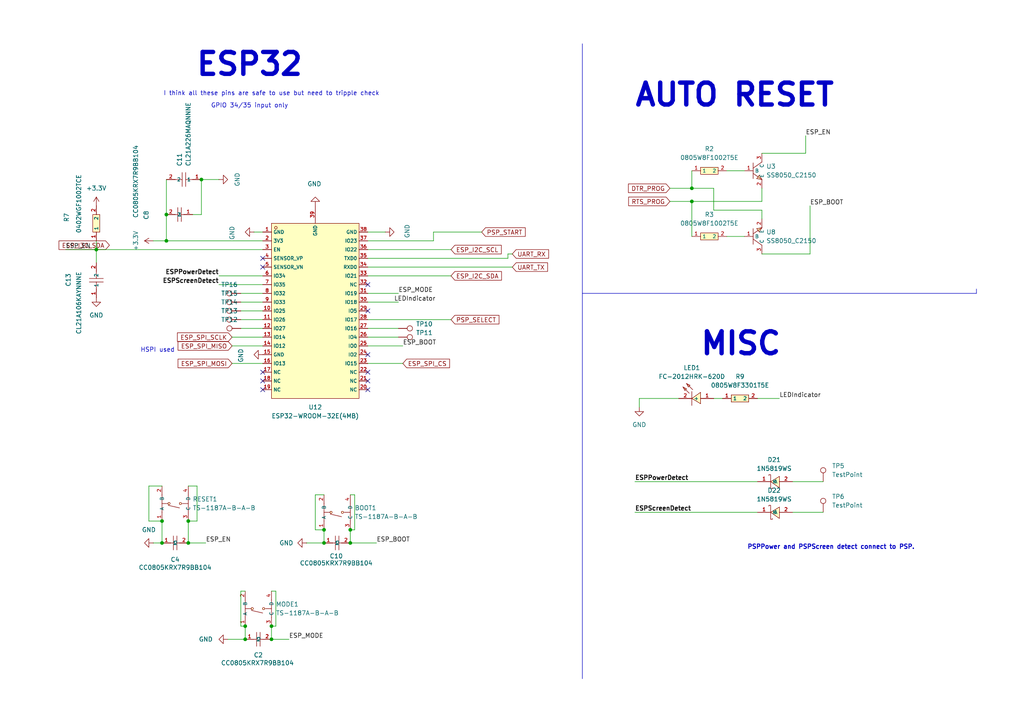
<source format=kicad_sch>
(kicad_sch (version 20231120) (generator "eeschema") (generator_version "8.0")
  (paper "A4")
  (title_block (title "PSP-Bluetooth") (date "2024-07-25") (rev "0.1") (comment 2 "https://github.com/ste2425/PSP-Bluetooth") (comment 4 "UNDER REVIEW - SUBJECT TO CHANGE"))
  (lib_symbols
    (symbol "Connector:TestPoint" (pin_numbers hide) (pin_names (offset 0.762) hide)
      (property "Reference" "TP" (at 0 6.858 0))
      (property "Value" "TestPoint" (at 0 5.08 0))
      (symbol "TestPoint_0_1"
        (circle (center 0 3.302) (radius 0.762))
      )
      (symbol "TestPoint_1_1"
        (pin passive line (at 0 0 90) (length 2.54) (name "1") (number "1"))
      )
    )
    (symbol "JLCPCB_schematic:0402WGF1002TCE"
      (property "Reference" "R" (at 0 1.27 0))
      (property "Value" "0402WGF1002TCE" (at 0 -2.54 0))
      (symbol "0402WGF1002TCE_0_1"
        (rectangle (start -2.54 1.016) (end 2.54 -1.016) (fill (type background)))
        (pin input line (at -5.08 0 0) (length 2.54) (name "1") (number "1"))
        (pin input line (at 5.08 0 180) (length 2.54) (name "2") (number "2"))
      )
    )
    (symbol "JLCPCB_schematic:0805W8F1002T5E"
      (property "Reference" "R" (at 0 1.27 0))
      (property "Value" "0805W8F1002T5E" (at 0 -2.54 0))
      (symbol "0805W8F1002T5E_0_1"
        (rectangle (start -2.54 1.016) (end 2.54 -1.016) (fill (type background)))
        (pin input line (at -5.08 0 0) (length 2.54) (name "1") (number "1"))
        (pin input line (at 5.08 0 180) (length 2.54) (name "2") (number "2"))
      )
    )
    (symbol "JLCPCB_schematic:0805W8F3301T5E"
      (property "Reference" "R" (at 0 1.27 0))
      (property "Value" "0805W8F3301T5E" (at 0 -2.54 0))
      (symbol "0805W8F3301T5E_0_1"
        (rectangle (start -2.54 1.016) (end 2.54 -1.016) (fill (type background)))
        (pin input line (at -5.08 0 0) (length 2.54) (name "1") (number "1"))
        (pin input line (at 5.08 0 180) (length 2.54) (name "2") (number "2"))
      )
    )
    (symbol "JLCPCB_schematic:1N5819WS"
      (property "Reference" "D" (at 0 1.27 0))
      (property "Value" "1N5819WS" (at 0 -2.54 0))
      (symbol "1N5819WS_0_1"
        (polyline (pts (xy -1.27 0) (xy -1.27 -2.032) (xy -0.762 -2.032) (xy -0.762 -1.778)))
        (polyline (pts (xy -1.27 0) (xy -1.27 2.032) (xy -1.778 2.032) (xy -1.778 1.778)))
        (polyline (pts (xy 1.27 1.524) (xy -1.27 0) (xy 1.27 -1.778) (xy 1.27 1.524)) (fill (type background)))
        (pin unspecified line (at -5.08 0 0) (length 3.81) (name "K") (number "1"))
        (pin unspecified line (at 5.08 0 180) (length 3.81) (name "A") (number "2"))
      )
    )
    (symbol "JLCPCB_schematic:CC0805KRX7R9BB104"
      (property "Reference" "C" (at 0 1.27 0))
      (property "Value" "CC0805KRX7R9BB104" (at 0 -2.54 0))
      (symbol "CC0805KRX7R9BB104_0_1"
        (polyline (pts (xy -1.27 0) (xy -0.508 0)))
        (polyline (pts (xy -0.508 2.032) (xy -0.508 -2.032)))
        (polyline (pts (xy 0.508 0) (xy 1.27 0)))
        (polyline (pts (xy 0.508 2.032) (xy 0.508 -2.032)))
        (pin input line (at -3.81 0 0) (length 2.54) (name "1") (number "1"))
        (pin input line (at 3.81 0 180) (length 2.54) (name "2") (number "2"))
      )
    )
    (symbol "JLCPCB_schematic:CL21A106KAYNNNE"
      (property "Reference" "C" (at 0 1.27 0))
      (property "Value" "CL21A106KAYNNNE" (at 0 -2.54 0))
      (symbol "CL21A106KAYNNNE_0_1"
        (polyline (pts (xy -0.508 -2.032) (xy -0.508 2.032)))
        (polyline (pts (xy -0.508 0) (xy -2.54 0)))
        (polyline (pts (xy 0.508 2.032) (xy 0.508 -2.032)))
        (polyline (pts (xy 2.54 0) (xy 0.508 0)))
        (pin unspecified line (at -5.08 0 0) (length 2.54) (name "1") (number "1"))
        (pin unspecified line (at 5.08 0 180) (length 2.54) (name "2") (number "2"))
      )
    )
    (symbol "JLCPCB_schematic:CL21A226MAQNNNE"
      (property "Reference" "C" (at 0 1.27 0))
      (property "Value" "CL21A226MAQNNNE" (at 0 -2.54 0))
      (symbol "CL21A226MAQNNNE_0_1"
        (polyline (pts (xy -0.508 -2.032) (xy -0.508 2.032)))
        (polyline (pts (xy -0.508 0) (xy -2.54 0)))
        (polyline (pts (xy 0.508 2.032) (xy 0.508 -2.032)))
        (polyline (pts (xy 2.54 0) (xy 0.508 0)))
        (pin unspecified line (at -5.08 0 0) (length 2.54) (name "1") (number "1"))
        (pin unspecified line (at 5.08 0 180) (length 2.54) (name "2") (number "2"))
      )
    )
    (symbol "JLCPCB_schematic:ESP32-WROOM-32E(4MB)"
      (property "Reference" "U" (at 0 1.27 0))
      (property "Value" "ESP32-WROOM-32E(4MB)" (at 0 -2.54 0))
      (symbol "ESP32-WROOM-32E(4MB)_0_1"
        (rectangle (start -12.7 25.4001) (end 12.7 -25.4001) (fill (type background)))
        (circle (center -11.43 24.13) (radius 0.381) (fill (type background)))
        (pin unspecified line (at -15.24 22.86 0) (length 2.54) (name "GND") (number "1"))
        (pin unspecified line (at -15.24 0 0) (length 2.54) (name "IO25") (number "10"))
        (pin unspecified line (at -15.24 -2.54 0) (length 2.54) (name "IO26") (number "11"))
        (pin unspecified line (at -15.24 -5.08 0) (length 2.54) (name "IO27") (number "12"))
        (pin unspecified line (at -15.24 -7.62 0) (length 2.54) (name "IO14") (number "13"))
        (pin unspecified line (at -15.24 -10.16 0) (length 2.54) (name "IO12") (number "14"))
        (pin unspecified line (at -15.24 -12.7 0) (length 2.54) (name "GND") (number "15"))
        (pin unspecified line (at -15.24 -15.24 0) (length 2.54) (name "IO13") (number "16"))
        (pin unspecified line (at -15.24 -17.78 0) (length 2.54) (name "NC") (number "17"))
        (pin unspecified line (at -15.24 -20.32 0) (length 2.54) (name "NC") (number "18"))
        (pin unspecified line (at -15.24 -22.86 0) (length 2.54) (name "NC") (number "19"))
        (pin unspecified line (at -15.24 20.32 0) (length 2.54) (name "3V3") (number "2"))
        (pin unspecified line (at 15.24 -22.86 180) (length 2.54) (name "NC") (number "20"))
        (pin unspecified line (at 15.24 -20.32 180) (length 2.54) (name "NC") (number "21"))
        (pin unspecified line (at 15.24 -17.78 180) (length 2.54) (name "NC") (number "22"))
        (pin unspecified line (at 15.24 -15.24 180) (length 2.54) (name "IO15") (number "23"))
        (pin unspecified line (at 15.24 -12.7 180) (length 2.54) (name "IO2") (number "24"))
        (pin unspecified line (at 15.24 -10.16 180) (length 2.54) (name "IO0") (number "25"))
        (pin unspecified line (at 15.24 -7.62 180) (length 2.54) (name "IO4") (number "26"))
        (pin unspecified line (at 15.24 -5.08 180) (length 2.54) (name "IO16") (number "27"))
        (pin unspecified line (at 15.24 -2.54 180) (length 2.54) (name "IO17") (number "28"))
        (pin unspecified line (at 15.24 0 180) (length 2.54) (name "IO5") (number "29"))
        (pin unspecified line (at -15.24 17.78 0) (length 2.54) (name "EN") (number "3"))
        (pin unspecified line (at 15.24 2.54 180) (length 2.54) (name "IO18") (number "30"))
        (pin unspecified line (at 15.24 5.08 180) (length 2.54) (name "IO19") (number "31"))
        (pin unspecified line (at 15.24 7.62 180) (length 2.54) (name "NC") (number "32"))
        (pin unspecified line (at 15.24 10.16 180) (length 2.54) (name "IO21") (number "33"))
        (pin unspecified line (at 15.24 12.7 180) (length 2.54) (name "RXD0") (number "34"))
        (pin unspecified line (at 15.24 15.24 180) (length 2.54) (name "TXD0") (number "35"))
        (pin unspecified line (at 15.24 17.78 180) (length 2.54) (name "IO22") (number "36"))
        (pin unspecified line (at 15.24 20.32 180) (length 2.54) (name "IO23") (number "37"))
        (pin unspecified line (at 15.24 22.86 180) (length 2.54) (name "GND") (number "38"))
        (pin unspecified line (at 0 30.48 270) (length 5.08) (name "GND") (number "39"))
        (pin unspecified line (at -15.24 15.24 0) (length 2.54) (name "SENSOR_VP") (number "4"))
        (pin unspecified line (at -15.24 12.7 0) (length 2.54) (name "SENSOR_VN") (number "5"))
        (pin unspecified line (at -15.24 10.16 0) (length 2.54) (name "IO34") (number "6"))
        (pin unspecified line (at -15.24 7.62 0) (length 2.54) (name "IO35") (number "7"))
        (pin unspecified line (at -15.24 5.08 0) (length 2.54) (name "IO32") (number "8"))
        (pin unspecified line (at -15.24 2.54 0) (length 2.54) (name "IO33") (number "9"))
      )
    )
    (symbol "JLCPCB_schematic:FC-2012HRK-620D"
      (property "Reference" "LED" (at 0 1.27 0))
      (property "Value" "FC-2012HRK-620D" (at 0 -2.54 0))
      (symbol "FC-2012HRK-620D_0_1"
        (polyline (pts (xy -2.032 1.524) (xy -3.81 3.302)))
        (polyline (pts (xy -1.27 2.032) (xy -1.27 -2.032)))
        (polyline (pts (xy -1.016 2.54) (xy -2.794 4.318)))
        (polyline (pts (xy -3.81 3.302) (xy -2.794 2.794) (xy -3.302 2.286) (xy -3.81 3.302)) (fill (type background)))
        (polyline (pts (xy -2.794 4.318) (xy -1.778 3.81) (xy -2.286 3.302) (xy -2.794 4.318)) (fill (type background)))
        (polyline (pts (xy 1.27 -1.524) (xy -1.27 0) (xy 1.27 1.778) (xy 1.27 -1.524)) (fill (type background)))
        (pin unspecified line (at 5.08 0 180) (length 3.81) (name "+") (number "1"))
        (pin unspecified line (at -5.08 0 0) (length 3.81) (name "-") (number "2"))
      )
    )
    (symbol "JLCPCB_schematic:SS8050_C2150"
      (property "Reference" "U" (at 0 1.27 0))
      (property "Value" "SS8050_C2150" (at 0 -2.54 0))
      (symbol "SS8050_C2150_0_1"
        (polyline (pts (xy -2.54 -0.762) (xy 0 -2.54)))
        (polyline (pts (xy -2.54 2.286) (xy -2.54 -2.286)))
        (polyline (pts (xy 0 2.54) (xy -2.54 0.762)))
        (polyline (pts (xy 0 -2.54) (xy -0.762 -1.27) (xy -1.524 -2.286) (xy 0 -2.54)) (fill (type background)))
        (pin unspecified line (at -5.08 0 0) (length 2.54) (name "B") (number "1"))
        (pin unspecified line (at 0 -5.08 90) (length 2.54) (name "E") (number "2"))
        (pin unspecified line (at 0 5.08 270) (length 2.54) (name "C") (number "3"))
      )
    )
    (symbol "JLCPCB_schematic:TS-1187A-B-A-B"
      (property "Reference" "U" (at 0 1.27 0))
      (property "Value" "TS-1187A-B-A-B" (at 0 -2.54 0))
      (symbol "TS-1187A-B-A-B_0_1"
        (circle (center 0 -2.794) (radius 0.3175) (fill (type background)))
        (polyline (pts (xy -2.54 -5.08) (xy 2.54 -5.08)))
        (polyline (pts (xy -2.54 2.54) (xy 2.54 2.54)))
        (polyline (pts (xy -0.508 0.762) (xy -1.27 -2.54)))
        (polyline (pts (xy 0 -3.302) (xy 0 -5.08)))
        (polyline (pts (xy 0 0.762) (xy 0 2.54)))
        (circle (center 0 0.508) (radius 0.3175) (fill (type background)))
        (pin unspecified line (at -5.08 2.54 0) (length 2.54) (name "A") (number "1"))
        (pin unspecified line (at 5.08 2.54 180) (length 2.54) (name "B") (number "2"))
        (pin unspecified line (at -5.08 -5.08 0) (length 2.54) (name "C") (number "3"))
        (pin unspecified line (at 5.08 -5.08 180) (length 2.54) (name "D") (number "4"))
      )
    )
    (symbol "power:+3.3V" (power) (pin_numbers hide) (pin_names (offset 0) hide)
      (property "Value" "+3.3V" (at 0 3.556 0))
      (symbol "+3.3V_0_1"
        (polyline (pts (xy -0.762 1.27) (xy 0 2.54)))
        (polyline (pts (xy 0 0) (xy 0 2.54)))
        (polyline (pts (xy 0 2.54) (xy 0.762 1.27)))
      )
      (symbol "+3.3V_1_1"
        (pin power_in line (at 0 0 90) (length 0) (name "~") (number "1"))
      )
    )
    (symbol "power:GND" (power) (pin_numbers hide) (pin_names (offset 0) hide)
      (property "Value" "GND" (at 0 -3.81 0))
      (symbol "GND_0_1"
        (polyline (pts (xy 0 0) (xy 0 -1.27) (xy 1.27 -1.27) (xy 0 -2.54) (xy -1.27 -1.27) (xy 0 -1.27)))
      )
      (symbol "GND_1_1"
        (pin power_in line (at 0 0 270) (length 0) (name "~") (number "1"))
      )
    )
  )
  (junction (at 101.6 157.48))
  (junction (at 54.61 151.13))
  (junction (at 48.26 62.23))
  (junction (at 200.66 54.61))
  (junction (at 48.26 69.85))
  (junction (at 200.66 58.42))
  (junction (at 27.94 72.39))
  (junction (at 46.99 157.48))
  (junction (at 93.98 153.67))
  (junction (at 78.74 181.61))
  (junction (at 71.12 185.42))
  (junction (at 46.99 151.13))
  (junction (at 71.12 181.61))
  (junction (at 54.61 157.48))
  (junction (at 93.98 157.48))
  (junction (at 58.42 52.07))
  (junction (at 78.74 185.42))
  (junction (at 101.6 153.67))
  (no_connect (at 106.68 107.95))
  (no_connect (at 106.68 113.03))
  (no_connect (at 106.68 110.49))
  (no_connect (at 76.2 107.95))
  (no_connect (at 76.2 74.93))
  (no_connect (at 106.68 90.17))
  (no_connect (at 76.2 110.49))
  (no_connect (at 76.2 113.03))
  (no_connect (at 106.68 82.55))
  (no_connect (at 106.68 102.87))
  (no_connect (at 76.2 77.47))
  (wire (pts (xy 106.68 100.33) (xy 116.84 100.33)))
  (wire (pts (xy 80.01 181.61) (xy 78.74 181.61)))
  (wire (pts (xy 54.61 151.13) (xy 54.61 157.48)))
  (wire (pts (xy 196.85 115.57) (xy 185.42 115.57)))
  (wire (pts (xy 46.99 140.97) (xy 43.18 140.97)))
  (wire (pts (xy 220.98 58.42) (xy 220.98 54.61)))
  (wire (pts (xy 27.94 72.39) (xy 76.2 72.39)))
  (wire (pts (xy 58.42 52.07) (xy 58.42 62.23)))
  (wire (pts (xy 43.18 140.97) (xy 43.18 151.13)))
  (wire (pts (xy 71.12 181.61) (xy 71.12 185.42)))
  (wire (pts (xy 106.68 67.31) (xy 111.76 67.31)))
  (wire (pts (xy 63.5 82.55) (xy 76.2 82.55)))
  (wire (pts (xy 101.6 153.67) (xy 101.6 157.48)))
  (wire (pts (xy 91.44 153.67) (xy 93.98 153.67)))
  (wire (pts (xy 80.01 171.45) (xy 80.01 181.61)))
  (wire (pts (xy 185.42 115.57) (xy 185.42 118.11)))
  (polyline (pts (xy 168.91 85.09) (xy 283.21 85.09)))
  (wire (pts (xy 44.45 69.85) (xy 48.26 69.85)))
  (wire (pts (xy 210.82 49.53) (xy 215.9 49.53)))
  (wire (pts (xy 207.01 54.61) (xy 207.01 60.96)))
  (wire (pts (xy 220.98 44.45) (xy 233.68 44.45)))
  (wire (pts (xy 106.68 95.25) (xy 115.57 95.25)))
  (wire (pts (xy 67.31 100.33) (xy 76.2 100.33)))
  (wire (pts (xy 27.94 69.85) (xy 27.94 72.39)))
  (wire (pts (xy 200.66 54.61) (xy 207.01 54.61)))
  (wire (pts (xy 106.68 105.41) (xy 116.84 105.41)))
  (wire (pts (xy 207.01 60.96) (xy 220.98 60.96)))
  (wire (pts (xy 106.68 72.39) (xy 130.81 72.39)))
  (wire (pts (xy 106.68 85.09) (xy 115.57 85.09)))
  (wire (pts (xy 194.31 54.61) (xy 200.66 54.61)))
  (wire (pts (xy 69.85 181.61) (xy 71.12 181.61)))
  (wire (pts (xy 102.87 153.67) (xy 101.6 153.67)))
  (wire (pts (xy 78.74 181.61) (xy 78.74 185.42)))
  (wire (pts (xy 46.99 151.13) (xy 46.99 157.48)))
  (wire (pts (xy 76.2 69.85) (xy 48.26 69.85)))
  (wire (pts (xy 67.31 97.79) (xy 76.2 97.79)))
  (wire (pts (xy 101.6 143.51) (xy 102.87 143.51)))
  (wire (pts (xy 44.45 157.48) (xy 46.99 157.48)))
  (polyline (pts (xy 168.91 12.7) (xy 168.91 196.85)))
  (wire (pts (xy 220.98 73.66) (xy 234.95 73.66)))
  (wire (pts (xy 69.85 95.25) (xy 76.2 95.25)))
  (wire (pts (xy 48.26 62.23) (xy 48.26 52.07)))
  (wire (pts (xy 69.85 90.17) (xy 76.2 90.17)))
  (wire (pts (xy 73.66 67.31) (xy 76.2 67.31)))
  (polyline (pts (xy 283.21 83.82) (xy 283.21 85.09)))
  (wire (pts (xy 106.68 77.47) (xy 148.59 77.47)))
  (wire (pts (xy 106.68 92.71) (xy 130.81 92.71)))
  (wire (pts (xy 194.31 58.42) (xy 200.66 58.42)))
  (wire (pts (xy 148.59 73.66) (xy 147.32 73.66)))
  (wire (pts (xy 69.85 171.45) (xy 69.85 181.61)))
  (wire (pts (xy 43.18 151.13) (xy 46.99 151.13)))
  (wire (pts (xy 184.15 139.7) (xy 219.71 139.7)))
  (wire (pts (xy 57.15 140.97) (xy 57.15 151.13)))
  (wire (pts (xy 59.69 157.48) (xy 54.61 157.48)))
  (wire (pts (xy 69.85 85.09) (xy 76.2 85.09)))
  (wire (pts (xy 184.15 148.59) (xy 219.71 148.59)))
  (wire (pts (xy 106.68 97.79) (xy 115.57 97.79)))
  (wire (pts (xy 63.5 80.01) (xy 76.2 80.01)))
  (wire (pts (xy 210.82 68.58) (xy 215.9 68.58)))
  (wire (pts (xy 106.68 87.63) (xy 115.57 87.63)))
  (wire (pts (xy 91.44 143.51) (xy 91.44 153.67)))
  (wire (pts (xy 19.05 72.39) (xy 27.94 72.39)))
  (wire (pts (xy 54.61 140.97) (xy 57.15 140.97)))
  (wire (pts (xy 233.68 44.45) (xy 233.68 39.37)))
  (wire (pts (xy 101.6 157.48) (xy 109.22 157.48)))
  (wire (pts (xy 63.5 52.07) (xy 58.42 52.07)))
  (wire (pts (xy 93.98 143.51) (xy 91.44 143.51)))
  (wire (pts (xy 55.88 62.23) (xy 58.42 62.23)))
  (wire (pts (xy 66.04 185.42) (xy 71.12 185.42)))
  (wire (pts (xy 106.68 74.93) (xy 147.32 74.93)))
  (wire (pts (xy 229.87 148.59) (xy 238.76 148.59)))
  (wire (pts (xy 200.66 58.42) (xy 220.98 58.42)))
  (wire (pts (xy 220.98 60.96) (xy 220.98 63.5)))
  (wire (pts (xy 71.12 171.45) (xy 69.85 171.45)))
  (wire (pts (xy 200.66 54.61) (xy 200.66 49.53)))
  (wire (pts (xy 125.73 67.31) (xy 125.73 69.85)))
  (wire (pts (xy 106.68 80.01) (xy 130.81 80.01)))
  (wire (pts (xy 229.87 139.7) (xy 238.76 139.7)))
  (wire (pts (xy 125.73 69.85) (xy 106.68 69.85)))
  (wire (pts (xy 48.26 62.23) (xy 48.26 69.85)))
  (wire (pts (xy 78.74 171.45) (xy 80.01 171.45)))
  (wire (pts (xy 200.66 58.42) (xy 200.66 68.58)))
  (wire (pts (xy 147.32 73.66) (xy 147.32 74.93)))
  (wire (pts (xy 27.94 72.39) (xy 27.94 76.2)))
  (wire (pts (xy 219.71 115.57) (xy 226.06 115.57)))
  (wire (pts (xy 67.31 105.41) (xy 76.2 105.41)))
  (wire (pts (xy 207.01 115.57) (xy 209.55 115.57)))
  (wire (pts (xy 69.85 92.71) (xy 76.2 92.71)))
  (wire (pts (xy 125.73 67.31) (xy 139.7 67.31)))
  (wire (pts (xy 93.98 153.67) (xy 93.98 157.48)))
  (wire (pts (xy 69.85 87.63) (xy 76.2 87.63)))
  (wire (pts (xy 102.87 143.51) (xy 102.87 153.67)))
  (wire (pts (xy 57.15 151.13) (xy 54.61 151.13)))
  (wire (pts (xy 83.82 185.42) (xy 78.74 185.42)))
  (wire (pts (xy 234.95 73.66) (xy 234.95 59.69)))
  (wire (pts (xy 88.9 157.48) (xy 93.98 157.48)))
  (text "ESP32" (at 72.39 18.796 0) (effects (font (size 6.35 6.35) (thickness 1.27) (bold yes))))
  (text "HSPI used" (at 45.72 101.6 0) (effects (font (size 1.27 1.27))))
  (text "PSPPower and PSPScreen detect connect to PSP." (at 241.046 158.75 0) (effects (font (size 1.27 1.27) (bold yes))))
  (text "AUTO RESET" (at 213.106 27.686 0) (effects (font (size 6.35 6.35) (thickness 1.27) (bold yes))))
  (text "I think all these pins are safe to use but need to tripple check" (at 78.74 27.178 0) (effects (font (size 1.27 1.27))))
  (text "GPIO 34/35 input only" (at 72.39 30.734 0) (effects (font (size 1.27 1.27))))
  (text "MISC" (at 214.884 99.822 0) (effects (font (size 6.35 6.35) (bold yes))))
  (label "ESP_BOOT" (at 116.84 100.33 0))
  (label "ESPScreenDetect" (at 184.15 148.59 0) (effects (font (bold yes))))
  (label "ESPPowerDetect" (at 63.5 80.01 180) (effects (font (bold yes))))
  (label "ESP_EN" (at 59.69 157.48 0))
  (label "ESP_EN" (at 19.05 72.39 0))
  (label "ESP_BOOT" (at 234.95 59.69 0))
  (label "ESPPowerDetect" (at 184.15 139.7 0) (effects (font (bold yes))))
  (label "ESP_EN" (at 233.68 39.37 0))
  (label "ESP_BOOT" (at 109.22 157.48 0))
  (label "LEDIndicator" (at 114.3 87.63 0))
  (label "ESP_MODE" (at 83.82 185.42 0))
  (label "ESP_MODE" (at 115.57 85.09 0))
  (label "LEDIndicator" (at 226.06 115.57 0))
  (label "ESPScreenDetect" (at 63.5 82.55 180) (effects (font (bold yes))))
  (global_label "DTR_PROG" (shape input) (at 194.31 54.61 180) (property "Intersheetrefs" "${INTERSHEET_REFS}" (effects (hide yes))))
  (global_label "ESP_I2C_SDA" (shape input) (at 130.81 80.01 0) (property "Intersheetrefs" "${INTERSHEET_REFS}" (effects (hide yes))))
  (global_label "ESP_SPI_SCLK" (shape input) (at 67.31 97.79 180) (property "Intersheetrefs" "${INTERSHEET_REFS}" (effects (hide yes))))
  (global_label "ESP_SPI_MOSI" (shape input) (at 67.31 105.41 180) (property "Intersheetrefs" "${INTERSHEET_REFS}" (effects (hide yes))))
  (global_label "UART_TX" (shape input) (at 148.59 77.47 0) (property "Intersheetrefs" "${INTERSHEET_REFS}" (effects (hide yes))))
  (global_label "UART_RX" (shape input) (at 148.59 73.66 0) (property "Intersheetrefs" "${INTERSHEET_REFS}" (effects (hide yes))))
  (global_label "PSP_SELECT" (shape input) (at 130.81 92.71 0) (property "Intersheetrefs" "${INTERSHEET_REFS}" (effects (hide yes))))
  (global_label "PSP_START" (shape input) (at 139.7 67.31 0) (property "Intersheetrefs" "${INTERSHEET_REFS}" (effects (hide yes))))
  (global_label "ESP_I3C_SDA" (shape input) (at 31.75 71.12 180) (property "Intersheetrefs" "${INTERSHEET_REFS}" (effects (hide yes))))
  (global_label "ESP_I2C_SCL" (shape input) (at 130.81 72.39 0) (property "Intersheetrefs" "${INTERSHEET_REFS}" (effects (hide yes))))
  (global_label "RTS_PROG" (shape input) (at 194.31 58.42 180) (property "Intersheetrefs" "${INTERSHEET_REFS}" (effects (hide yes))))
  (global_label "ESP_SPI_MISO" (shape input) (at 67.31 100.33 180) (property "Intersheetrefs" "${INTERSHEET_REFS}" (effects (hide yes))))
  (global_label "ESP_SPI_CS" (shape input) (at 116.84 105.41 0) (property "Intersheetrefs" "${INTERSHEET_REFS}" (effects (hide yes))))
  (symbol (lib_id "power:GND") (at 66.04 185.42 270) (unit 1)
    (property "Reference" "#PWR05" (effects (hide yes)))
    (property "Value" "GND" (at 59.69 185.42 90))
    (property "Description" "Power symbol creates a global label with name \"GND\" , ground" (effects (hide yes)))
  )
  (symbol (lib_id "power:GND") (at 91.44 59.69 180) (unit 1)
    (property "Reference" "#PWR057" (effects (hide yes)))
    (property "Value" "GND" (at 91.186 53.34 0))
    (property "Description" "Power symbol creates a global label with name \"GND\" , ground" (effects (hide yes)))
  )
  (symbol (lib_id "JLCPCB_schematic:CL21A226MAQNNNE") (at 53.34 52.07 180) (unit 1)
    (property "Reference" "C11" (at 52.0699 48.26 90) (effects (justify right)))
    (property "Value" "CL21A226MAQNNNE" (at 54.6099 48.26 90) (effects (justify right)))
    (property "Footprint" "JLCPCB_footprint:C0805" (effects (hide yes)))
    (property "Datasheet" "https://item.szlcsc.com/373011.html" (effects (hide yes)))
    (property "Description" "22uF" (effects (hide yes)))
    (property "LCSC" "C45783" (effects (hide yes)))
  )
  (symbol (lib_id "JLCPCB_schematic:0805W8F1002T5E") (at 205.74 68.58 0) (unit 1)
    (property "Reference" "R3" (at 205.74 62.23 0))
    (property "Value" "0805W8F1002T5E" (at 205.74 64.77 0))
    (property "Footprint" "JLCPCB_footprint:R0805" (effects (hide yes)))
    (property "Datasheet" "https://item.szlcsc.com/142685.html" (effects (hide yes)))
    (property "Description" "10k" (effects (hide yes)))
    (property "LCSC" "C17414" (effects (hide yes)))
  )
  (symbol (lib_id "JLCPCB_schematic:CC0805KRX7R9BB104") (at 97.79 157.48 0) (unit 1)
    (property "Reference" "C10" (at 97.536 161.29 0))
    (property "Value" "CC0805KRX7R9BB104" (at 97.536 163.322 0))
    (property "Footprint" "JLCPCB_footprint:C0805" (effects (hide yes)))
    (property "Datasheet" "https://item.szlcsc.com/373011.html" (effects (hide yes)))
    (property "Description" ".1uF" (effects (hide yes)))
    (property "LCSC" "C49678" (effects (hide yes)))
  )
  (symbol (lib_id "Connector:TestPoint") (at 69.85 85.09 90) (unit 1)
    (property "Reference" "TP16" (at 66.548 82.55 90))
    (property "Value" "TestPoint" (effects (hide yes)))
    (property "Footprint" "TestPoint:TestPoint_Pad_1.5x1.5mm" (effects (hide yes)))
    (property "Description" "test point" (effects (hide yes)))
  )
  (symbol (lib_id "JLCPCB_schematic:SS8050_C2150") (at 220.98 49.53 0) (unit 1)
    (property "Reference" "U3" (at 222.25 48.2599 0) (effects (justify left)))
    (property "Value" "SS8050_C2150" (at 222.25 50.7999 0) (effects (justify left)))
    (property "Footprint" "JLCPCB_footprint:SOT-23-3_L2.9-W1.3-P1.90-LS2.4-BR" (effects (hide yes)))
    (property "Datasheet" "https://www.diodes.com/assets/Package-Files/SOT23.pdf" (effects (hide yes)))
    (property "Description" "transistor/mosfet things" (effects (hide yes)))
    (property "LCSC" "C2150" (effects (hide yes)))
  )
  (symbol (lib_id "JLCPCB_schematic:1N5819WS") (at 224.79 139.7 0) (unit 1)
    (property "Reference" "D21" (at 224.536 133.35 0))
    (property "Value" "1N5819WS" (at 224.536 135.89 0))
    (property "Footprint" "JLCPCB_footprint:SOD-323_L1.8-W1.3-LS2.5-RD" (effects (hide yes)))
    (property "Datasheet" "https://item.szlcsc.com/295156.html" (effects (hide yes)))
    (property "Description" "shotkey diode" (effects (hide yes)))
    (property "LCSC" "C191023" (effects (hide yes)))
  )
  (symbol (lib_id "power:GND") (at 111.76 67.31 90) (unit 1)
    (property "Reference" "#PWR058" (effects (hide yes)))
    (property "Value" "GND" (at 118.11 67.056 0))
    (property "Description" "Power symbol creates a global label with name \"GND\" , ground" (effects (hide yes)))
  )
  (symbol (lib_id "Connector:TestPoint") (at 69.85 92.71 90) (unit 1)
    (property "Reference" "TP13" (at 66.548 90.17 90))
    (property "Value" "TestPoint" (effects (hide yes)))
    (property "Footprint" "TestPoint:TestPoint_Pad_1.5x1.5mm" (effects (hide yes)))
    (property "Description" "test point" (effects (hide yes)))
  )
  (symbol (lib_id "power:GND") (at 73.66 67.31 270) (unit 1)
    (property "Reference" "#PWR056" (effects (hide yes)))
    (property "Value" "GND" (at 67.31 67.564 0))
    (property "Description" "Power symbol creates a global label with name \"GND\" , ground" (effects (hide yes)))
  )
  (symbol (lib_id "power:GND") (at 88.9 157.48 270) (unit 1)
    (property "Reference" "#PWR06" (effects (hide yes)))
    (property "Value" "GND" (at 83.058 157.48 90))
    (property "Description" "Power symbol creates a global label with name \"GND\" , ground" (effects (hide yes)))
  )
  (symbol (lib_id "JLCPCB_schematic:TS-1187A-B-A-B") (at 49.53 146.05 90) (unit 1)
    (property "Reference" "RESET1" (at 55.88 144.7799 90) (effects (justify right)))
    (property "Value" "TS-1187A-B-A-B" (at 55.88 147.3199 90) (effects (justify right)))
    (property "Footprint" "JLCPCB_footprint:SW-SMD_4P-L5.1-W5.1-P3.70-LS6.5-TL-2" (effects (hide yes)))
    (property "Datasheet" "https://item.szlcsc.com/300285.html" (effects (hide yes)))
    (property "LCSC" "C318884" (effects (hide yes)))
  )
  (symbol (lib_id "Connector:TestPoint") (at 115.57 95.25 270) (unit 1)
    (property "Reference" "TP10" (at 120.65 93.9799 90) (effects (justify left)))
    (property "Value" "TestPoint" (effects (hide yes)))
    (property "Footprint" "TestPoint:TestPoint_Pad_1.5x1.5mm" (effects (hide yes)))
    (property "Description" "test point" (effects (hide yes)))
  )
  (symbol (lib_id "Connector:TestPoint") (at 238.76 139.7 0) (unit 1)
    (property "Reference" "TP5" (at 241.3 135.1279 0) (effects (justify left)))
    (property "Value" "TestPoint" (at 241.3 137.6679 0) (effects (justify left)))
    (property "Footprint" "TestPoint:TestPoint_Pad_2.5x2.5mm" (effects (hide yes)))
    (property "Description" "test point" (effects (hide yes)))
  )
  (symbol (lib_id "JLCPCB_schematic:0805W8F3301T5E") (at 214.63 115.57 0) (unit 1)
    (property "Reference" "R9" (at 214.63 109.22 0))
    (property "Value" "0805W8F3301T5E" (at 214.63 111.76 0))
    (property "Footprint" "JLCPCB_footprint:R0805" (effects (hide yes)))
    (property "Datasheet" "https://item.szlcsc.com/142685.html" (effects (hide yes)))
    (property "Description" "3.3K" (effects (hide yes)))
    (property "LCSC" "C26010" (effects (hide yes)))
  )
  (symbol (lib_id "JLCPCB_schematic:TS-1187A-B-A-B") (at 96.52 148.59 90) (unit 1)
    (property "Reference" "BOOT1" (at 102.87 147.3199 90) (effects (justify right)))
    (property "Value" "TS-1187A-B-A-B" (at 102.87 149.8599 90) (effects (justify right)))
    (property "Footprint" "JLCPCB_footprint:SW-SMD_4P-L5.1-W5.1-P3.70-LS6.5-TL-2" (effects (hide yes)))
    (property "Datasheet" "https://item.szlcsc.com/300285.html" (effects (hide yes)))
    (property "Description" "boo" (effects (hide yes)))
    (property "LCSC" "C318884" (effects (hide yes)))
  )
  (symbol (lib_id "power:GND") (at 44.45 157.48 270) (unit 1)
    (property "Reference" "#PWR04" (effects (hide yes)))
    (property "Value" "GND" (at 43.18 153.67 90))
    (property "Description" "Power symbol creates a global label with name \"GND\" , ground" (effects (hide yes)))
  )
  (symbol (lib_id "Connector:TestPoint") (at 238.76 148.59 0) (unit 1)
    (property "Reference" "TP6" (at 241.3 144.0179 0) (effects (justify left)))
    (property "Value" "TestPoint" (at 241.3 146.5579 0) (effects (justify left)))
    (property "Footprint" "TestPoint:TestPoint_Pad_2.5x2.5mm" (effects (hide yes)))
    (property "Description" "test point" (effects (hide yes)))
  )
  (symbol (lib_id "power:+3.3V") (at 27.94 59.69 0) (unit 1)
    (property "Reference" "#PWR059" (effects (hide yes)))
    (property "Value" "+3.3V" (at 27.94 54.61 0))
    (property "Description" "Power symbol creates a global label with name \"+3.3V\"" (effects (hide yes)))
  )
  (symbol (lib_id "JLCPCB_schematic:TS-1187A-B-A-B") (at 73.66 176.53 90) (unit 1)
    (property "Reference" "MODE1" (at 80.01 175.2599 90) (effects (justify right)))
    (property "Value" "TS-1187A-B-A-B" (at 80.01 177.7999 90) (effects (justify right)))
    (property "Footprint" "JLCPCB_footprint:SW-SMD_4P-L5.1-W5.1-P3.70-LS6.5-TL-2" (effects (hide yes)))
    (property "Datasheet" "https://item.szlcsc.com/300285.html" (effects (hide yes)))
    (property "LCSC" "C318884" (effects (hide yes)))
  )
  (symbol (lib_id "power:GND") (at 76.2 102.87 270) (unit 1)
    (property "Reference" "#PWR036" (effects (hide yes)))
    (property "Value" "GND" (at 69.85 103.124 0))
    (property "Description" "Power symbol creates a global label with name \"GND\" , ground" (effects (hide yes)))
  )
  (symbol (lib_id "JLCPCB_schematic:CL21A106KAYNNNE") (at 27.94 81.28 90) (unit 1)
    (property "Reference" "C13" (at 19.812 79.248 0) (effects (justify right)))
    (property "Value" "CL21A106KAYNNNE" (at 22.86 78.74 0) (effects (justify right)))
    (property "Footprint" "JLCPCB_footprint:C0805" (effects (hide yes)))
    (property "Datasheet" "https://item.szlcsc.com/373011.html" (effects (hide yes)))
    (property "Description" "10uF" (effects (hide yes)))
    (property "LCSC" "C15850" (effects (hide yes)))
  )
  (symbol (lib_id "Connector:TestPoint") (at 69.85 87.63 90) (unit 1)
    (property "Reference" "TP15" (at 66.548 85.09 90))
    (property "Value" "TestPoint" (effects (hide yes)))
    (property "Footprint" "TestPoint:TestPoint_Pad_1.5x1.5mm" (effects (hide yes)))
    (property "Description" "test point" (effects (hide yes)))
  )
  (symbol (lib_id "Connector:TestPoint") (at 69.85 95.25 90) (unit 1)
    (property "Reference" "TP12" (at 66.548 92.71 90))
    (property "Value" "TestPoint" (effects (hide yes)))
    (property "Footprint" "TestPoint:TestPoint_Pad_1.5x1.5mm" (effects (hide yes)))
    (property "Description" "test point" (effects (hide yes)))
  )
  (symbol (lib_id "Connector:TestPoint") (at 69.85 90.17 90) (unit 1)
    (property "Reference" "TP14" (at 66.548 87.63 90))
    (property "Value" "TestPoint" (effects (hide yes)))
    (property "Footprint" "TestPoint:TestPoint_Pad_1.5x1.5mm" (effects (hide yes)))
    (property "Description" "test point" (effects (hide yes)))
  )
  (symbol (lib_id "Connector:TestPoint") (at 115.57 97.79 270) (unit 1)
    (property "Reference" "TP11" (at 120.65 96.5199 90) (effects (justify left)))
    (property "Value" "TestPoint" (effects (hide yes)))
    (property "Footprint" "TestPoint:TestPoint_Pad_1.5x1.5mm" (effects (hide yes)))
    (property "Description" "test point" (effects (hide yes)))
  )
  (symbol (lib_id "JLCPCB_schematic:0805W8F1002T5E") (at 205.74 49.53 0) (unit 1)
    (property "Reference" "R2" (at 205.74 43.18 0))
    (property "Value" "0805W8F1002T5E" (at 205.74 45.72 0))
    (property "Footprint" "JLCPCB_footprint:R0805" (effects (hide yes)))
    (property "Datasheet" "https://item.szlcsc.com/142685.html" (effects (hide yes)))
    (property "Description" "10k" (effects (hide yes)))
    (property "LCSC" "C17414" (effects (hide yes)))
  )
  (symbol (lib_id "power:+3.3V") (at 44.45 69.85 90) (unit 1)
    (property "Reference" "#PWR034" (effects (hide yes)))
    (property "Value" "+3.3V" (at 39.37 69.85 0))
    (property "Description" "Power symbol creates a global label with name \"+3.3V\"" (effects (hide yes)))
  )
  (symbol (lib_id "JLCPCB_schematic:SS8050_C2150") (at 220.98 68.58 0) (mirror x) (unit 1)
    (property "Reference" "U8" (at 222.25 67.3099 0) (effects (justify left)))
    (property "Value" "SS8050_C2150" (at 222.25 69.8499 0) (effects (justify left)))
    (property "Footprint" "JLCPCB_footprint:SOT-23-3_L2.9-W1.3-P1.90-LS2.4-BR" (effects (hide yes)))
    (property "Datasheet" "https://www.diodes.com/assets/Package-Files/SOT23.pdf" (effects (hide yes)))
    (property "Description" "transistor/mosfet things" (effects (hide yes)))
    (property "LCSC" "C2150" (effects (hide yes)))
  )
  (symbol (lib_id "JLCPCB_schematic:FC-2012HRK-620D") (at 201.93 115.57 0) (unit 1)
    (property "Reference" "LED1" (at 200.66 106.68 0))
    (property "Value" "FC-2012HRK-620D" (at 200.66 109.22 0))
    (property "Footprint" "JLCPCB_footprint:LED0805-R-RD" (effects (hide yes)))
    (property "Datasheet" "https://item.szlcsc.com/88042.html" (effects (hide yes)))
    (property "LCSC" "C84256" (effects (hide yes)))
  )
  (symbol (lib_id "JLCPCB_schematic:CC0805KRX7R9BB104") (at 52.07 62.23 180) (unit 1)
    (property "Reference" "C8" (at 42.418 63.754 90) (effects (justify right)))
    (property "Value" "CC0805KRX7R9BB104" (at 39.37 63.246 90) (effects (justify right)))
    (property "Footprint" "JLCPCB_footprint:C0805" (effects (hide yes)))
    (property "Datasheet" "https://item.szlcsc.com/373011.html" (effects (hide yes)))
    (property "Description" ".1uF" (effects (hide yes)))
    (property "LCSC" "C49678" (effects (hide yes)))
  )
  (symbol (lib_id "JLCPCB_schematic:0402WGF1002TCE") (at 27.94 64.77 90) (unit 1)
    (property "Reference" "R7" (at 19.304 61.722 0) (effects (justify right)))
    (property "Value" "0402WGF1002TCE" (at 22.86 50.546 0) (effects (justify right)))
    (property "Footprint" "JLCPCB_footprint:R0402" (effects (hide yes)))
    (property "Datasheet" "https://item.szlcsc.com/323315.html" (effects (hide yes)))
    (property "Description" "10K" (effects (hide yes)))
    (property "LCSC" "C25744" (effects (hide yes)))
  )
  (symbol (lib_id "JLCPCB_schematic:1N5819WS") (at 224.79 148.59 0) (unit 1)
    (property "Reference" "D22" (at 224.536 142.24 0))
    (property "Value" "1N5819WS" (at 224.536 144.78 0))
    (property "Footprint" "JLCPCB_footprint:SOD-323_L1.8-W1.3-LS2.5-RD" (effects (hide yes)))
    (property "Datasheet" "https://item.szlcsc.com/295156.html" (effects (hide yes)))
    (property "Description" "shotkey diode" (effects (hide yes)))
    (property "LCSC" "C191023" (effects (hide yes)))
  )
  (symbol (lib_id "JLCPCB_schematic:CC0805KRX7R9BB104") (at 74.93 185.42 0) (unit 1)
    (property "Reference" "C2" (at 74.93 189.992 0))
    (property "Value" "CC0805KRX7R9BB104" (at 74.676 192.278 0))
    (property "Footprint" "JLCPCB_footprint:C0805" (effects (hide yes)))
    (property "Datasheet" "https://item.szlcsc.com/373011.html" (effects (hide yes)))
    (property "Description" ".1uF" (effects (hide yes)))
    (property "LCSC" "C49678" (effects (hide yes)))
  )
  (symbol (lib_id "JLCPCB_schematic:CC0805KRX7R9BB104") (at 50.8 157.48 0) (unit 1)
    (property "Reference" "C4" (at 50.8 162.306 0))
    (property "Value" "CC0805KRX7R9BB104" (at 50.8 164.592 0))
    (property "Footprint" "JLCPCB_footprint:C0805" (effects (hide yes)))
    (property "Datasheet" "https://item.szlcsc.com/373011.html" (effects (hide yes)))
    (property "Description" ".1uF" (effects (hide yes)))
    (property "LCSC" "C49678" (effects (hide yes)))
  )
  (symbol (lib_id "power:GND") (at 185.42 118.11 0) (unit 1)
    (property "Reference" "#PWR019" (effects (hide yes)))
    (property "Value" "GND" (at 185.42 123.19 0))
    (property "Description" "Power symbol creates a global label with name \"GND\" , ground" (effects (hide yes)))
  )
  (symbol (lib_id "power:GND") (at 27.94 86.36 0) (unit 1)
    (property "Reference" "#PWR060" (effects (hide yes)))
    (property "Value" "GND" (at 27.94 91.44 0))
    (property "Description" "Power symbol creates a global label with name \"GND\" , ground" (effects (hide yes)))
  )
  (symbol (lib_id "power:GND") (at 63.5 52.07 90) (unit 1)
    (property "Reference" "#PWR035" (effects (hide yes)))
    (property "Value" "GND" (at 68.834 52.07 0))
    (property "Description" "Power symbol creates a global label with name \"GND\" , ground" (effects (hide yes)))
  )
  (symbol (lib_id "JLCPCB_schematic:ESP32-WROOM-32E(4MB)") (at 91.44 90.17 0) (unit 1)
    (property "Reference" "U12" (at 91.44 118.11 0))
    (property "Value" "ESP32-WROOM-32E(4MB)" (at 91.44 120.65 0))
    (property "Footprint" "JLCPCB_footprint:WIFI-SMD_ESP32-WROOM-32E" (effects (hide yes)))
    (property "Datasheet" "https://atta.szlcsc.com/upload/public/pdf/source/20220601/0020821B65DE5740BBACA5FACC5CF3B6.pdf" (effects (hide yes)))
    (property "LCSC" "C701341" (effects (hide yes)))
  )
)
</source>
